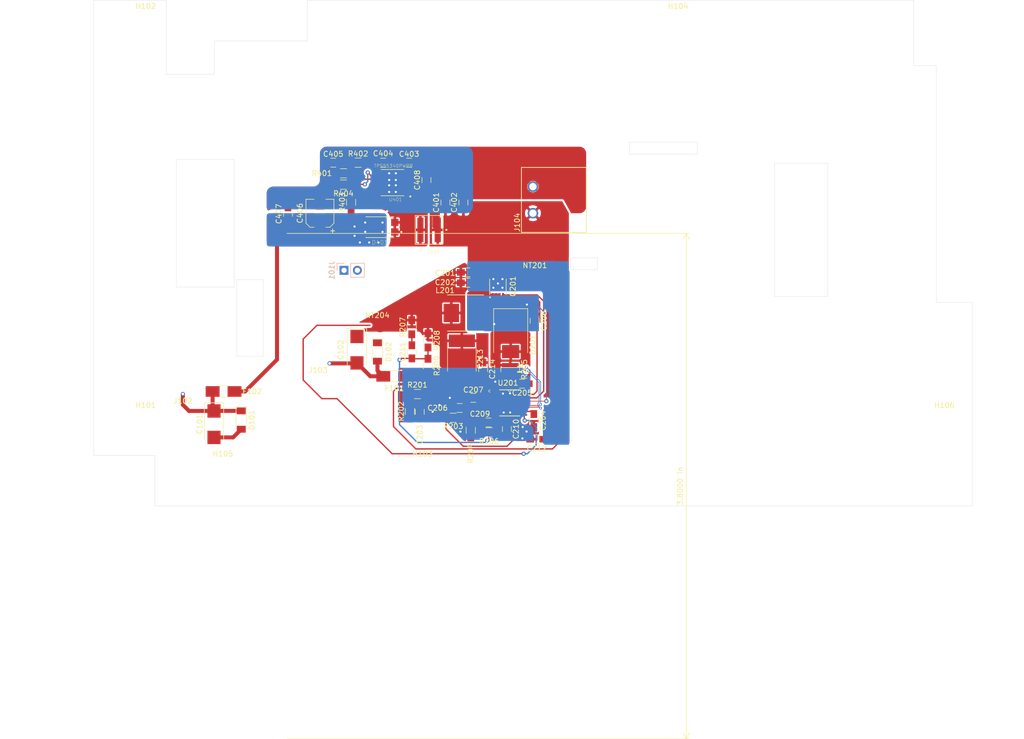
<source format=kicad_pcb>
(kicad_pcb (version 20171130) (host pcbnew "(5.1.0)-1")
  (layers (0 F.Cu signal) (31 B.Cu signal) (34 B.Paste user) (35 F.Paste user) (36 B.SilkS user) (37 F.SilkS user) (38 B.Mask user) (39 F.Mask user) (44 Edge.Cuts user))
  (net 0 "")
  (net 1 GND)
  (net 2 /bias_rail)
  (net 3 /reset_rail)
  (net 4 +5V)
  (net 5 /RESET+)
  (net 6 "/Reset Supply/enable")
  (net 7 "/Reset Supply/dither")
  (net 8 "/Reset Supply/vcc")
  (net 9 "/Reset Supply/ramp")
  (net 10 "/Reset Supply/ss")
  (net 11 "/Reset Supply/bootstrap")
  (net 12 "/Reset Supply/sw_loop")
  (net 13 "/Reset Supply/comp")
  (net 14 "/Reset Supply/fb")
  (net 15 "Net-(C210-Pad2)")
  (net 16 "Net-(C211-Pad2)")
  (net 17 "/Bias Supply/ss")
  (net 18 "/Bias Supply/fb")
  (net 19 "Net-(C405-Pad1)")
  (net 20 "/Bias Supply/comp")
  (net 21 /BIAS+)
  (net 22 "/Reset Supply/shunt+")
  (net 23 "/Bias Supply/sw_loop")
  (net 24 /nc2)
  (net 25 /nc1)
  (net 26 "/Reset Supply/sense+")
  (net 27 "/Reset Supply/sense-")
  (net 28 "/Reset Supply/out_sense")
  (net 29 "/Reset Supply/vin")
  (net 30 "/Bias Supply/vin")
  (net 31 "/Reset Supply/gate_drive")
  (net 32 "/Reset Supply/rt")
  (net 33 "/Bias Supply/freq")
  (net 34 "Net-(U401-Pad6)")
  (net 35 "/Reset Supply/sw_in")
  (module TPS55340PWPR:SOP65P640X120-15N (layer F.Cu) (at 107.811 83.058 180)
    (fp_text reference U401 (at -0.575332 -3.2116 180) (layer F.SilkS) (effects (font (size 0.641039 0.641039) (thickness 0.05))))
    (fp_text value TPS55340PWPR (at -0.168315 3.19966 180) (layer F.SilkS) (effects (font (size 0.641214 0.641214) (thickness 0.05))))
    (pad 15 smd rect (at 0 0 180) (size 2.46 2.31) (layers F.Cu F.Paste F.Mask) (net 1 GND))
    (pad 14 smd rect (at 2.87 -1.95 180) (size 1.57 0.41) (layers F.Cu F.Paste F.Mask) (net 1 GND))
    (pad 13 smd rect (at 2.87 -1.3 180) (size 1.57 0.41) (layers F.Cu F.Paste F.Mask) (net 1 GND))
    (pad 12 smd rect (at 2.87 -0.65 180) (size 1.57 0.41) (layers F.Cu F.Paste F.Mask) (net 1 GND))
    (pad 11 smd rect (at 2.87 0 180) (size 1.57 0.41) (layers F.Cu F.Paste F.Mask) (net 1 GND))
    (pad 10 smd rect (at 2.87 0.65 180) (size 1.57 0.41) (layers F.Cu F.Paste F.Mask) (net 33 "/Bias Supply/freq"))
    (pad 9 smd rect (at 2.87 1.3 180) (size 1.57 0.41) (layers F.Cu F.Paste F.Mask) (net 18 "/Bias Supply/fb"))
    (pad 8 smd rect (at 2.87 1.95 180) (size 1.57 0.41) (layers F.Cu F.Paste F.Mask) (net 20 "/Bias Supply/comp"))
    (pad 7 smd rect (at -2.87 1.95 180) (size 1.57 0.41) (layers F.Cu F.Paste F.Mask) (net 1 GND))
    (pad 6 smd rect (at -2.87 1.3 180) (size 1.57 0.41) (layers F.Cu F.Paste F.Mask) (net 34 "Net-(U401-Pad6)"))
    (pad 5 smd rect (at -2.87 0.65 180) (size 1.57 0.41) (layers F.Cu F.Paste F.Mask) (net 17 "/Bias Supply/ss"))
    (pad 4 smd rect (at -2.87 0 180) (size 1.57 0.41) (layers F.Cu F.Paste F.Mask) (net 30 "/Bias Supply/vin"))
    (pad 3 smd rect (at -2.87 -0.65 180) (size 1.57 0.41) (layers F.Cu F.Paste F.Mask) (net 30 "/Bias Supply/vin"))
    (pad 2 smd rect (at -2.87 -1.3 180) (size 1.57 0.41) (layers F.Cu F.Paste F.Mask) (net 23 "/Bias Supply/sw_loop"))
    (pad 1 smd rect (at -2.87 -1.95 180) (size 1.57 0.41) (layers F.Cu F.Paste F.Mask) (net 23 "/Bias Supply/sw_loop"))
  )
  (module CSD18543Q3A:SON65P300X315X90-9N (layer F.Cu) (at 127.9398 102.9462 90)
    (fp_text reference Q201 (at 0.0762 2.8702 90) (layer F.SilkS))
    (fp_text value CSD18543Q3A)
    (pad 59 smd rect (at 0.645 0 90) (size 2.51 2.55) (layers F.Cu F.Paste F.Mask) (net 4 +5V))
    (pad 4 smd rect (at -1.55 0.975 90) (size 0.7 0.4) (layers F.Cu F.Paste F.Mask) (net 31 "/Reset Supply/gate_drive"))
    (pad 3 smd rect (at -1.55 0.325 90) (size 0.7 0.4) (layers F.Cu F.Paste F.Mask) (net 12 "/Reset Supply/sw_loop"))
    (pad 1 smd rect (at -1.55 -0.975 90) (size 0.7 0.4) (layers F.Cu F.Paste F.Mask) (net 12 "/Reset Supply/sw_loop"))
    (pad 2 smd rect (at -1.55 -0.325 90) (size 0.7 0.4) (layers F.Cu F.Paste F.Mask) (net 12 "/Reset Supply/sw_loop"))
  )
  (module Oddities:NetTie-I_SMD (layer F.Cu) (at 135.509 124.7902)
    (fp_text reference NT206)
    (fp_text value Net-Tie_2)
    (pad 1 smd rect (at -2.54 0) (size 1.1176 0.3048) (layers F.Cu) (net 35 "/Reset Supply/sw_in") (clearance 0.127))
  )
  (module Resistors_SMD:R_0805_HandSoldering (layer F.Cu) (at 111.49838 110.66908 270)
    (fp_text reference R207 (at 0 1.71958 270) (layer F.SilkS))
    (fp_text value 3k4)
    (pad 2 smd rect (at 1.35 0 270) (size 1.5 1.3) (layers F.Cu F.Paste F.Mask) (net 16 "Net-(C211-Pad2)"))
    (pad 1 smd rect (at -1.35 0 270) (size 1.5 1.3) (layers F.Cu F.Paste F.Mask) (net 1 GND))
  )
  (module Capacitors_SMD:C_0805_HandSoldering (layer F.Cu) (at 111.52378 115.37188 90)
    (fp_text reference C211 (at 0 -1.75 90) (layer F.SilkS))
    (fp_text value 130p)
    (pad 2 smd rect (at 1.25 0 90) (size 1.5 1.25) (layers F.Cu F.Paste F.Mask) (net 16 "Net-(C211-Pad2)"))
    (pad 1 smd rect (at -1.25 0 90) (size 1.5 1.25) (layers F.Cu F.Paste F.Mask) (net 14 "/Reset Supply/fb"))
  )
  (module Oddities:NetTie-I_SMD (layer F.Cu) (at 105.4608 107.95 90)
    (fp_text reference NT204 (at -0.4318 -0.5334 180) (layer F.SilkS))
    (fp_text value Net-Tie_2)
    (pad 2 smd circle (at -2.35204 -1.9558 90) (size 0.254 0.254) (layers F.Cu) (net 28 "/Reset Supply/out_sense"))
    (pad 1 smd circle (at -2.54 0 90) (size 2.286 2.286) (layers F.Cu) (net 1 GND))
  )
  (module Diodes_SMD:D_SMC (layer F.Cu) (at 130.3782 111.9251 270)
    (fp_text reference D201 (at 2.1209 -4.2418 270) (layer F.SilkS))
    (fp_text value SS3H10HE3_B/H)
    (pad 2 smd rect (at 3.4 0) (size 3.3 2.5) (layers F.Cu F.Paste F.Mask) (net 22 "/Reset Supply/shunt+"))
    (pad 1 smd rect (at -3.4 0) (size 3.3 2.5) (layers F.Cu F.Paste F.Mask) (net 12 "/Reset Supply/sw_loop"))
  )
  (module net_ties:NET-TIE-0.3mm (layer F.Cu) (at 131.9871 118.2243 180)
    (fp_text reference NT202 hide)
    (fp_text value Net-Tie_2 hide)
    (pad 2 smd circle (at 0.25 0 180) (size 0.3 0.3) (layers F.Cu) (net 22 "/Reset Supply/shunt+"))
    (pad 1 smd circle (at -0.4739 0 180) (size 0.3 0.3) (layers F.Cu) (net 26 "/Reset Supply/sense+"))
  )
  (module net_ties:NET-TIE-0.3mm (layer F.Cu) (at 131.9911 119.2022 180)
    (fp_text reference NT203 hide)
    (fp_text value Net-Tie_2 hide)
    (pad 2 smd circle (at 0.25 0 180) (size 0.3 0.3) (layers F.Cu) (net 5 /RESET+))
    (pad 1 smd circle (at -0.4699 0 180) (size 0.3 0.3) (layers F.Cu) (net 27 "/Reset Supply/sense-"))
  )
  (module Oddities:NetTie-I_SMD (layer F.Cu) (at 134.9248 99.441 180)
    (fp_text reference NT201 (at -0.0762 0.5715 180) (layer F.SilkS))
    (fp_text value Net-Tie_2)
    (pad 2 smd rect (at 2.54 0 180) (size 1.99898 1.99898) (layers F.Cu) (net 4 +5V))
    (pad 1 smd rect (at -2.54 0 180) (size 1.99898 1.99898) (layers F.Cu) (net 29 "/Reset Supply/vin"))
  )
  (module Resistors_SMD:R_0612 (layer F.Cu) (at 130.29272 118.70884 270)
    (fp_text reference R205 (at 0 -2.7 270) (layer F.SilkS))
    (fp_text value 10m)
    (pad 2 smd rect (at 0.8 0 270) (size 0.8 3.2) (layers F.Cu F.Paste F.Mask) (net 5 /RESET+))
    (pad 1 smd rect (at -0.8 0 270) (size 0.8 3.2) (layers F.Cu F.Paste F.Mask) (net 22 "/Reset Supply/shunt+"))
  )
  (module d4100_mod_board:WE-LHMI_7030 (layer F.Cu) (at 121.7676 107.95 180)
    (fp_text reference L201 (at 3.9116 4.318 180) (layer F.SilkS))
    (fp_text value 2u2)
    (pad 2 smd rect (at 2.725 0 180) (size 2.95 3.5) (layers F.Cu F.Paste F.Mask) (net 1 GND))
    (pad 1 smd rect (at -2.725 0 180) (size 2.95 3.5) (layers F.Cu F.Paste F.Mask) (net 12 "/Reset Supply/sw_loop"))
  )
  (module Capacitors_SMD:C_2220_HandSoldering (layer F.Cu) (at 121.0564 116.7638 270)
    (fp_text reference C213 (at 0 -3.5 270) (layer F.SilkS))
    (fp_text value 15u)
    (pad 2 smd rect (at 3.5 0 270) (size 2.4 5) (layers F.Cu F.Paste F.Mask) (net 5 /RESET+))
    (pad 1 smd rect (at -3.5 0 270) (size 2.4 5) (layers F.Cu F.Paste F.Mask) (net 1 GND))
  )
  (module Capacitors_SMD:C_0805_HandSoldering (layer F.Cu) (at 122.1232 100.203 180)
    (fp_text reference C201 (at 4.2672 -0.127 180) (layer F.SilkS))
    (fp_text value 820n)
    (pad 2 smd rect (at 1.25 0 180) (size 1.5 1.25) (layers F.Cu F.Paste F.Mask) (net 1 GND))
    (pad 1 smd rect (at -1.25 0 180) (size 1.5 1.25) (layers F.Cu F.Paste F.Mask) (net 4 +5V))
  )
  (module Capacitors_SMD:C_0805_HandSoldering (layer F.Cu) (at 114.3 82.57 90)
    (fp_text reference C408 (at 0 -1.75 90) (layer F.SilkS))
    (fp_text value 100n)
    (pad 2 smd rect (at 1.25 0 90) (size 1.5 1.25) (layers F.Cu F.Paste F.Mask) (net 1 GND))
    (pad 1 smd rect (at -1.25 0 90) (size 1.5 1.25) (layers F.Cu F.Paste F.Mask) (net 30 "/Bias Supply/vin"))
  )
  (module DIO_PDS360-13:DIO_PDS360-13 (layer F.Cu) (at 105.41 91.567 90)
    (fp_text reference D401 (at -2.921 0 180) (layer F.SilkS) (effects (font (size 0.8 0.8) (thickness 0.05))))
    (fp_text value PDS760-13)
    (pad 2 smd rect (at -0.92 2.856 180) (size 1.4 1.39) (layers F.Cu F.Paste F.Mask) (net 23 "/Bias Supply/sw_loop"))
    (pad 2 smd rect (at 0.92 2.856 180) (size 1.4 1.39) (layers F.Cu F.Paste F.Mask) (net 23 "/Bias Supply/sw_loop"))
    (pad 1 smd rect (at 0 -1.126 180) (size 4.86 3.36) (layers F.Cu F.Paste F.Mask) (net 21 /BIAS+))
  )
  (module XAL5030-332MEB:IND_XAL5030-332MEB (layer F.Cu) (at 114.804 92.075 180)
    (fp_text reference L401 (at -0.9144 -4.2164 180) (layer F.SilkS) (effects (font (size 0.64 0.64) (thickness 0.05))))
    (fp_text value 3u3)
    (pad 2 smd rect (at 1.655 0 270) (size 4.7 1.18) (layers F.Cu F.Paste F.Mask) (net 23 "/Bias Supply/sw_loop"))
    (pad 1 smd rect (at -1.655 0 270) (size 4.7 1.18) (layers F.Cu F.Paste F.Mask) (net 4 +5V))
  )
  (module LM25088MH-1:SOP65P640X110-17N (layer F.Cu) (at 130.175 125.1204)
    (fp_text reference U201 (at -0.30494 -3.81175) (layer F.SilkS))
    (fp_text value LM25088MH-1)
    (pad 17 smd rect (at 0 0) (size 1.4986 1.7018) (layers F.Cu F.Paste F.Mask) (net 5 /RESET+))
    (pad 16 smd rect (at 2.794 -2.286 180) (size 1.1176 0.3048) (layers F.Cu F.Paste F.Mask) (net 8 "/Reset Supply/vcc") (clearance 0.127))
    (pad 15 smd rect (at 2.794 -1.6256 180) (size 1.1176 0.3048) (layers F.Cu F.Paste F.Mask) (net 11 "/Reset Supply/bootstrap") (clearance 0.127))
    (pad 14 smd rect (at 2.794 -0.9652 180) (size 1.1176 0.3048) (layers F.Cu F.Paste F.Mask) (net 31 "/Reset Supply/gate_drive") (clearance 0.127))
    (pad 13 smd rect (at 2.794 -0.3302 180) (size 1.1176 0.3048) (layers F.Cu F.Paste F.Mask) (net 35 "/Reset Supply/sw_in") (clearance 0.127))
    (pad 12 smd rect (at 2.794 0.3302 180) (size 1.1176 0.3048) (layers F.Cu F.Paste F.Mask) (net 26 "/Reset Supply/sense+") (clearance 0.127))
    (pad 11 smd rect (at 2.794 0.9652 180) (size 1.1176 0.3048) (layers F.Cu F.Paste F.Mask) (net 27 "/Reset Supply/sense-") (clearance 0.127))
    (pad 10 smd rect (at 2.794 1.6256 180) (size 1.1176 0.3048) (layers F.Cu F.Paste F.Mask) (net 7 "/Reset Supply/dither"))
    (pad 9 smd rect (at 2.794 2.286 180) (size 1.1176 0.3048) (layers F.Cu F.Paste F.Mask) (net 28 "/Reset Supply/out_sense"))
    (pad 8 smd rect (at -2.794 2.286) (size 1.1176 0.3048) (layers F.Cu F.Paste F.Mask) (net 14 "/Reset Supply/fb"))
    (pad 7 smd rect (at -2.794 1.6256) (size 1.1176 0.3048) (layers F.Cu F.Paste F.Mask) (net 13 "/Reset Supply/comp"))
    (pad 6 smd rect (at -2.794 0.9652) (size 1.1176 0.3048) (layers F.Cu F.Paste F.Mask) (net 5 /RESET+) (clearance 0.127))
    (pad 5 smd rect (at -2.794 0.3302) (size 1.1176 0.3048) (layers F.Cu F.Paste F.Mask) (net 32 "/Reset Supply/rt"))
    (pad 4 smd rect (at -2.794 -0.3302) (size 1.1176 0.3048) (layers F.Cu F.Paste F.Mask) (net 9 "/Reset Supply/ramp"))
    (pad 3 smd rect (at -2.794 -0.9652) (size 1.1176 0.3048) (layers F.Cu F.Paste F.Mask) (net 10 "/Reset Supply/ss"))
    (pad 2 smd rect (at -2.794 -1.6256) (size 1.1176 0.3048) (layers F.Cu F.Paste F.Mask) (net 6 "/Reset Supply/enable"))
    (pad 1 smd rect (at -2.794 -2.286) (size 1.1176 0.3048) (layers F.Cu F.Paste F.Mask) (net 29 "/Reset Supply/vin"))
  )
  (module Resistors_SMD:R_0805_HandSoldering (layer F.Cu) (at 98.4758 83.439 180)
    (fp_text reference R404 (at 0 -1.7 180) (layer F.SilkS))
    (fp_text value 10k)
    (pad 2 smd rect (at 1.35 0 180) (size 1.5 1.3) (layers F.Cu F.Paste F.Mask) (net 1 GND))
    (pad 1 smd rect (at -1.35 0 180) (size 1.5 1.3) (layers F.Cu F.Paste F.Mask) (net 18 "/Bias Supply/fb"))
  )
  (module Resistors_SMD:R_0805_HandSoldering (layer F.Cu) (at 99.9236 86.8172 90)
    (fp_text reference R403 (at 0 -1.7 90) (layer F.SilkS))
    (fp_text value 210k)
    (pad 2 smd rect (at 1.35 0 90) (size 1.5 1.3) (layers F.Cu F.Paste F.Mask) (net 18 "/Bias Supply/fb"))
    (pad 1 smd rect (at -1.35 0 90) (size 1.5 1.3) (layers F.Cu F.Paste F.Mask) (net 21 /BIAS+))
  )
  (module Resistors_SMD:R_0805_HandSoldering (layer F.Cu) (at 101.266 79.248)
    (fp_text reference R402 (at 0 -1.7) (layer F.SilkS))
    (fp_text value R)
    (pad 2 smd rect (at 1.35 0) (size 1.5 1.3) (layers F.Cu F.Paste F.Mask) (net 20 "/Bias Supply/comp"))
    (pad 1 smd rect (at -1.35 0) (size 1.5 1.3) (layers F.Cu F.Paste F.Mask) (net 19 "Net-(C405-Pad1)"))
  )
  (module Resistors_SMD:R_0805_HandSoldering (layer F.Cu) (at 98.4758 81.28 180)
    (fp_text reference R401 (at 4.1345 0 180) (layer F.SilkS))
    (fp_text value 38k3)
    (pad 2 smd rect (at 1.35 0 180) (size 1.5 1.3) (layers F.Cu F.Paste F.Mask) (net 1 GND))
    (pad 1 smd rect (at -1.35 0 180) (size 1.5 1.3) (layers F.Cu F.Paste F.Mask) (net 33 "/Bias Supply/freq"))
  )
  (module Oddities:NetTie-I_SMD (layer F.Cu) (at 116.84 83.82 180)
    (fp_text reference NT402)
    (fp_text value Net-Tie_2)
    (pad 2 smd rect (at 2.54 0 180) (size 1.25 1.5) (layers F.Cu) (net 30 "/Bias Supply/vin"))
    (pad 1 smd rect (at 1.0414 -2.8575 180) (size 1.99898 1.99898) (layers F.Cu) (net 4 +5V))
  )
  (module Capacitors_SMD:CP_Elec_5x5.8 (layer F.Cu) (at 93.98 88.9 90)
    (fp_text reference C406 (at 0 -3.81 90) (layer F.SilkS))
    (fp_text value 10u)
    (fp_text user + (at -3.38 2.35 90) (layer F.SilkS))
    (pad 2 smd rect (at 2.2 0 270) (size 3 1.6) (layers F.Cu F.Paste F.Mask) (net 1 GND))
    (pad 1 smd rect (at -2.2 0 270) (size 3 1.6) (layers F.Cu F.Paste F.Mask) (net 21 /BIAS+))
  )
  (module Capacitors_SMD:C_0805_HandSoldering (layer F.Cu) (at 96.52 79.248 180)
    (fp_text reference C405 (at 0 1.651 180) (layer F.SilkS))
    (fp_text value 22n)
    (pad 2 smd rect (at 1.25 0 180) (size 1.5 1.25) (layers F.Cu F.Paste F.Mask) (net 1 GND))
    (pad 1 smd rect (at -1.25 0 180) (size 1.5 1.25) (layers F.Cu F.Paste F.Mask) (net 19 "Net-(C405-Pad1)"))
  )
  (module Capacitors_SMD:C_0805_HandSoldering (layer F.Cu) (at 106.045 79.248)
    (fp_text reference C404 (at 0 -1.75) (layer F.SilkS))
    (fp_text value 510p)
    (pad 2 smd rect (at 1.25 0) (size 1.5 1.25) (layers F.Cu F.Paste F.Mask) (net 1 GND))
    (pad 1 smd rect (at -1.25 0) (size 1.5 1.25) (layers F.Cu F.Paste F.Mask) (net 20 "/Bias Supply/comp"))
  )
  (module Capacitors_SMD:C_0805_HandSoldering (layer F.Cu) (at 110.998 79.248 180)
    (fp_text reference C403 (at 0 1.651 180) (layer F.SilkS))
    (fp_text value 22n)
    (pad 2 smd rect (at 1.25 0 180) (size 1.5 1.25) (layers F.Cu F.Paste F.Mask) (net 1 GND))
    (pad 1 smd rect (at -1.25 0 180) (size 1.5 1.25) (layers F.Cu F.Paste F.Mask) (net 17 "/Bias Supply/ss"))
  )
  (module Capacitors_SMD:C_0805_HandSoldering (layer F.Cu) (at 117.9195 86.8553 90)
    (fp_text reference C401 (at 0 -1.75 90) (layer F.SilkS))
    (fp_text value 10u)
    (pad 2 smd rect (at 1.25 0 90) (size 1.5 1.25) (layers F.Cu F.Paste F.Mask) (net 1 GND))
    (pad 1 smd rect (at -1.25 0 90) (size 1.5 1.25) (layers F.Cu F.Paste F.Mask) (net 4 +5V))
  )
  (module Mounting_Holes:MountingHole_3.2mm_M3 (layer F.Cu) (at 213.1314 129.7686)
    (fp_text reference H106 (at 0 -4.2) (layer F.SilkS))
    (fp_text value M3)
    (pad 1 np_thru_hole circle (at 0 0) (size 3.2 3.2) (drill 3.2) (layers *.Cu *.Mask))
  )
  (module Mounting_Holes:MountingHole_3.2mm_M3 (layer F.Cu) (at 162.3314 53.5686)
    (fp_text reference H104 (at 0 -4.2) (layer F.SilkS))
    (fp_text value M3)
    (pad 1 np_thru_hole circle (at 0 0) (size 3.2 3.2) (drill 3.2) (layers *.Cu *.Mask))
  )
  (module Mounting_Holes:MountingHole_3.2mm_M3 (layer F.Cu) (at 60.7314 53.5686)
    (fp_text reference H102 (at 0 -4.2) (layer F.SilkS))
    (fp_text value M3)
    (pad 1 np_thru_hole circle (at 0 0) (size 3.2 3.2) (drill 3.2) (layers *.Cu *.Mask))
  )
  (module Mounting_Holes:MountingHole_3.2mm_M3 (layer F.Cu) (at 60.7314 129.7686)
    (fp_text reference H101 (at 0 -4.2) (layer F.SilkS))
    (fp_text value M3)
    (pad 1 np_thru_hole circle (at 0 0) (size 3.2 3.2) (drill 3.2) (layers *.Cu *.Mask))
  )
  (module Resistors_SMD:R_0805_HandSoldering (layer F.Cu) (at 114.59718 118.03888 270)
    (fp_text reference R209 (at 0 -1.7 270) (layer F.SilkS))
    (fp_text value 1k65)
    (pad 2 smd rect (at 1.35 0 270) (size 1.5 1.3) (layers F.Cu F.Paste F.Mask) (net 5 /RESET+))
    (pad 1 smd rect (at -1.35 0 270) (size 1.5 1.3) (layers F.Cu F.Paste F.Mask) (net 14 "/Reset Supply/fb"))
  )
  (module Resistors_SMD:R_0805_HandSoldering (layer F.Cu) (at 114.59718 113.18748 270)
    (fp_text reference R208 (at 0 -1.7 270) (layer F.SilkS))
    (fp_text value 35k7)
    (pad 2 smd rect (at 1.35 0 270) (size 1.5 1.3) (layers F.Cu F.Paste F.Mask) (net 14 "/Reset Supply/fb"))
    (pad 1 smd rect (at -1.35 0 270) (size 1.5 1.3) (layers F.Cu F.Paste F.Mask) (net 1 GND))
  )
  (module Resistors_SMD:R_0805_HandSoldering (layer F.Cu) (at 126.2527 130.7486 180)
    (fp_text reference R206 (at 0 -1.7 180) (layer F.SilkS))
    (fp_text value 36k5)
    (pad 2 smd rect (at 1.35 0 180) (size 1.5 1.3) (layers F.Cu F.Paste F.Mask) (net 13 "/Reset Supply/comp"))
    (pad 1 smd rect (at -1.35 0 180) (size 1.5 1.3) (layers F.Cu F.Paste F.Mask) (net 15 "Net-(C210-Pad2)"))
  )
  (module Resistors_SMD:R_0805_HandSoldering (layer F.Cu) (at 122.7574 130.3548 270)
    (fp_text reference R204 (at 4.4176 0.0246 270) (layer F.SilkS))
    (fp_text value 4k75)
    (pad 2 smd rect (at 1.35 0 270) (size 1.5 1.3) (layers F.Cu F.Paste F.Mask) (net 5 /RESET+))
    (pad 1 smd rect (at -1.35 0 270) (size 1.5 1.3) (layers F.Cu F.Paste F.Mask) (net 32 "/Reset Supply/rt"))
  )
  (module Resistors_SMD:R_0805_HandSoldering (layer F.Cu) (at 119.4016 127.9652)
    (fp_text reference R203 (at 0.0038 1.6256) (layer F.SilkS))
    (fp_text value 41k2)
    (pad 2 smd rect (at 1.35 0) (size 1.5 1.3) (layers F.Cu F.Paste F.Mask) (net 9 "/Reset Supply/ramp"))
    (pad 1 smd rect (at -1.35 0) (size 1.5 1.3) (layers F.Cu F.Paste F.Mask) (net 8 "/Reset Supply/vcc"))
  )
  (module Resistors_SMD:R_0805_HandSoldering (layer F.Cu) (at 111.14786 126.74854 270)
    (fp_text reference R202 (at -0.00254 1.67386 270) (layer F.SilkS))
    (fp_text value 3k57)
    (pad 2 smd rect (at 1.35 0 270) (size 1.5 1.3) (layers F.Cu F.Paste F.Mask) (net 5 /RESET+))
    (pad 1 smd rect (at -1.35 0 270) (size 1.5 1.3) (layers F.Cu F.Paste F.Mask) (net 6 "/Reset Supply/enable"))
  )
  (module Resistors_SMD:R_0805_HandSoldering (layer F.Cu) (at 112.58676 123.4313 180)
    (fp_text reference R201 (at 0 1.7526 180) (layer F.SilkS))
    (fp_text value 10k)
    (pad 2 smd rect (at 1.35 0 180) (size 1.5 1.3) (layers F.Cu F.Paste F.Mask) (net 6 "/Reset Supply/enable"))
    (pad 1 smd rect (at -1.35 0 180) (size 1.5 1.3) (layers F.Cu F.Paste F.Mask) (net 29 "/Reset Supply/vin"))
  )
  (module Pin_Headers:Pin_Header_Straight_1x02_Pitch2.54mm (layer B.Cu) (at 98.5774 99.7966 270)
    (fp_text reference J101 (at 0 2.33 270) (layer B.SilkS) (effects (justify mirror)))
    (fp_text value Conn_01x02)
    (pad 2 thru_hole oval (at 0 -2.54 270) (size 1.7 1.7) (drill 1) (layers *.Cu *.Mask) (net 24 /nc2))
    (pad 1 thru_hole rect (at 0 0 270) (size 1.7 1.7) (drill 1) (layers *.Cu *.Mask) (net 25 /nc1))
  )
  (module d4100_mod_board:Phoenix_BCH-508HS-2 (layer F.Cu) (at 134.62 86.36 90)
    (fp_text reference J104 (at -4.3 -3 90) (layer F.SilkS))
    (fp_text value Conn_01x02_Female)
    (pad 2 thru_hole circle (at 2.54 0 90) (size 2 2) (drill 1.4) (layers *.Cu *.Mask) (net 1 GND))
    (pad 1 thru_hole circle (at -2.54 0 90) (size 2 2) (drill 1.4) (layers *.Cu *.Mask) (net 4 +5V))
  )
  (module d4100_mod_board:mill-max_0985-x-15-20-71-14-11-0 (layer F.Cu) (at 95.8088 117.5766)
    (fp_text reference J103 (at -2.1844 1.2954) (layer F.SilkS))
    (fp_text value Pogo_Pin)
    (pad 1 thru_hole circle (at 0 0) (size 0.7366 0.7366) (drill 0.4826) (layers *.Cu *.Mask) (net 3 /reset_rail))
  )
  (module d4100_mod_board:mill-max_0985-x-15-20-71-14-11-0 (layer F.Cu) (at 67.818 123.4186)
    (fp_text reference J102 (at 0 1.3335) (layer F.SilkS))
    (fp_text value Pogo_Pin)
    (pad 1 thru_hole circle (at 0 0) (size 0.7366 0.7366) (drill 0.4826) (layers *.Cu *.Mask) (net 2 /bias_rail))
  )
  (module Mounting_Holes:MountingHole_3.2mm_M3 (layer F.Cu) (at 75.4634 139.0396)
    (fp_text reference H105 (at 0 -4.2) (layer F.SilkS))
    (fp_text value M3)
    (pad 1 np_thru_hole circle (at 0 0) (size 3.2 3.2) (drill 3.2) (layers *.Cu *.Mask))
  )
  (module Mounting_Holes:MountingHole_3.2mm_M3 (layer F.Cu) (at 113.5634 139.0396)
    (fp_text reference H103 (at 0 -4.2) (layer F.SilkS))
    (fp_text value M3)
    (pad 1 np_thru_hole circle (at 0 0) (size 3.2 3.2) (drill 3.2) (layers *.Cu *.Mask))
  )
  (module Fuse_Holders_and_Fuses:Fuse_SMD1206_HandSoldering (layer F.Cu) (at 108.1532 120.0404 180)
    (fp_text reference F101 (at -0.0072 -2.3114 180) (layer F.SilkS))
    (fp_text value Polyfuse)
    (pad 1 smd rect (at -2.09 0 270) (size 2.03 2.65) (layers F.Cu F.Paste F.Mask) (net 5 /RESET+))
    (pad 2 smd rect (at 2.09 0 270) (size 2.03 2.65) (layers F.Cu F.Paste F.Mask) (net 3 /reset_rail))
  )
  (module Fuse_Holders_and_Fuses:Fuse_SMD1206_HandSoldering (layer F.Cu) (at 75.5904 122.936 180)
    (fp_text reference F102 (at -5.44872 -0.00508 180) (layer F.SilkS))
    (fp_text value Polyfuse)
    (pad 2 smd rect (at 2.09 0 270) (size 2.03 2.65) (layers F.Cu F.Paste F.Mask) (net 2 /bias_rail))
    (pad 1 smd rect (at -2.09 0 270) (size 2.03 2.65) (layers F.Cu F.Paste F.Mask) (net 21 /BIAS+))
  )
  (module Diodes_SMD:D_MiniMELF (layer F.Cu) (at 104.9528 115.3948 270)
    (fp_text reference D102 (at -0.00508 -2.1336 270) (layer F.SilkS))
    (fp_text value BZV55B27)
    (pad 2 smd rect (at 1.75 0 270) (size 1.3 1.7) (layers F.Cu F.Paste F.Mask) (net 3 /reset_rail))
    (pad 1 smd rect (at -1.75 0 270) (size 1.3 1.7) (layers F.Cu F.Paste F.Mask) (net 1 GND))
  )
  (module Diodes_SMD:D_MiniMELF (layer F.Cu) (at 78.9686 128.397 270)
    (fp_text reference D101 (at 0 -2 270) (layer F.SilkS))
    (fp_text value BZV55B27)
    (pad 2 smd rect (at 1.75 0 270) (size 1.3 1.7) (layers F.Cu F.Paste F.Mask) (net 1 GND))
    (pad 1 smd rect (at -1.75 0 270) (size 1.3 1.7) (layers F.Cu F.Paste F.Mask) (net 2 /bias_rail))
  )
  (module Capacitors_SMD:C_0805_HandSoldering (layer F.Cu) (at 87.884 89.027 90)
    (fp_text reference C407 (at 0 -1.75 90) (layer F.SilkS))
    (fp_text value 680n)
    (pad 2 smd rect (at 1.25 0 90) (size 1.5 1.25) (layers F.Cu F.Paste F.Mask) (net 1 GND))
    (pad 1 smd rect (at -1.25 0 90) (size 1.5 1.25) (layers F.Cu F.Paste F.Mask) (net 21 /BIAS+))
  )
  (module Capacitors_SMD:C_0805_HandSoldering (layer F.Cu) (at 121.3485 86.8553 90)
    (fp_text reference C402 (at 0 -1.75 90) (layer F.SilkS))
    (fp_text value 100n)
    (pad 2 smd rect (at 1.25 0 90) (size 1.5 1.25) (layers F.Cu F.Paste F.Mask) (net 1 GND))
    (pad 1 smd rect (at -1.25 0 90) (size 1.5 1.25) (layers F.Cu F.Paste F.Mask) (net 4 +5V))
  )
  (module Capacitors_SMD:C_0805_HandSoldering (layer F.Cu) (at 125.1204 118.6688 270)
    (fp_text reference C214 (at 0 -1.75 270) (layer F.SilkS))
    (fp_text value 680n)
    (pad 2 smd rect (at 1.25 0 270) (size 1.5 1.25) (layers F.Cu F.Paste F.Mask) (net 5 /RESET+))
    (pad 1 smd rect (at -1.25 0 270) (size 1.5 1.25) (layers F.Cu F.Paste F.Mask) (net 1 GND))
  )
  (module Capacitors_SMD:C_0805_HandSoldering (layer F.Cu) (at 135.3566 132.0546 180)
    (fp_text reference C212 (at 0 -1.75 180) (layer F.SilkS))
    (fp_text value 1u)
    (pad 2 smd rect (at 1.25 0 180) (size 1.5 1.25) (layers F.Cu F.Paste F.Mask) (net 5 /RESET+))
    (pad 1 smd rect (at -1.25 0 180) (size 1.5 1.25) (layers F.Cu F.Paste F.Mask) (net 4 +5V))
  )
  (module Capacitors_SMD:C_0805_HandSoldering (layer F.Cu) (at 129.6474 130.1148 270)
    (fp_text reference C210 (at 0 -1.75 270) (layer F.SilkS))
    (fp_text value 150p)
    (pad 2 smd rect (at 1.25 0 270) (size 1.5 1.25) (layers F.Cu F.Paste F.Mask) (net 15 "Net-(C210-Pad2)"))
    (pad 1 smd rect (at -1.25 0 270) (size 1.5 1.25) (layers F.Cu F.Paste F.Mask) (net 14 "/Reset Supply/fb"))
  )
  (module Capacitors_SMD:C_0805_HandSoldering (layer F.Cu) (at 126.1519 128.86 180)
    (fp_text reference C209 (at 1.6411 1.6314) (layer F.SilkS))
    (fp_text value 14p)
    (pad 2 smd rect (at 1.25 0 180) (size 1.5 1.25) (layers F.Cu F.Paste F.Mask) (net 13 "/Reset Supply/comp"))
    (pad 1 smd rect (at -1.25 0 180) (size 1.5 1.25) (layers F.Cu F.Paste F.Mask) (net 14 "/Reset Supply/fb"))
  )
  (module Capacitors_SMD:C_0805_HandSoldering (layer F.Cu) (at 134.9502 109.4432 270)
    (fp_text reference C208 (at 0 -1.75 270) (layer F.SilkS))
    (fp_text value 100n)
    (pad 2 smd rect (at 1.25 0 270) (size 1.5 1.25) (layers F.Cu F.Paste F.Mask) (net 11 "/Reset Supply/bootstrap"))
    (pad 1 smd rect (at -1.25 0 270) (size 1.5 1.25) (layers F.Cu F.Paste F.Mask) (net 12 "/Reset Supply/sw_loop"))
  )
  (module Capacitors_SMD:C_0805_HandSoldering (layer F.Cu) (at 123.2474 124.1548 180)
    (fp_text reference C207 (at 0 1.5236 180) (layer F.SilkS))
    (fp_text value 47n)
    (pad 2 smd rect (at 1.25 0 180) (size 1.5 1.25) (layers F.Cu F.Paste F.Mask) (net 5 /RESET+))
    (pad 1 smd rect (at -1.25 0 180) (size 1.5 1.25) (layers F.Cu F.Paste F.Mask) (net 10 "/Reset Supply/ss"))
  )
  (module Capacitors_SMD:C_0805_HandSoldering (layer F.Cu) (at 120.65 126.0856 180)
    (fp_text reference C206 (at 4.2164 0 180) (layer F.SilkS))
    (fp_text value 110p)
    (pad 2 smd rect (at 1.25 0 180) (size 1.5 1.25) (layers F.Cu F.Paste F.Mask) (net 5 /RESET+))
    (pad 1 smd rect (at -1.25 0 180) (size 1.5 1.25) (layers F.Cu F.Paste F.Mask) (net 9 "/Reset Supply/ramp"))
  )
  (module Capacitors_SMD:C_0805_HandSoldering (layer F.Cu) (at 132.5574 121.4548 180)
    (fp_text reference C205 (at 0 -1.75 180) (layer F.SilkS))
    (fp_text value 100n)
    (pad 2 smd rect (at 1.25 0 180) (size 1.5 1.25) (layers F.Cu F.Paste F.Mask) (net 5 /RESET+))
    (pad 1 smd rect (at -1.25 0 180) (size 1.5 1.25) (layers F.Cu F.Paste F.Mask) (net 8 "/Reset Supply/vcc"))
  )
  (module Capacitors_SMD:C_0805_HandSoldering (layer F.Cu) (at 134.7978 128.4986 270)
    (fp_text reference C204 (at 0 -1.75 270) (layer F.SilkS))
    (fp_text value 22n)
    (pad 2 smd rect (at 1.25 0 270) (size 1.5 1.25) (layers F.Cu F.Paste F.Mask) (net 5 /RESET+))
    (pad 1 smd rect (at -1.25 0 270) (size 1.5 1.25) (layers F.Cu F.Paste F.Mask) (net 7 "/Reset Supply/dither"))
  )
  (module Capacitors_SMD:C_0805_HandSoldering (layer F.Cu) (at 113.02396 126.82574 270)
    (fp_text reference C203 (at 4.41606 -0.00604 270) (layer F.SilkS))
    (fp_text value 68n)
    (pad 2 smd rect (at 1.25 0 270) (size 1.5 1.25) (layers F.Cu F.Paste F.Mask) (net 5 /RESET+))
    (pad 1 smd rect (at -1.25 0 270) (size 1.5 1.25) (layers F.Cu F.Paste F.Mask) (net 6 "/Reset Supply/enable"))
  )
  (module Capacitors_SMD:C_0805_HandSoldering (layer F.Cu) (at 122.1105 102.1715 180)
    (fp_text reference C202 (at 4.2545 0.0635 180) (layer F.SilkS))
    (fp_text value 100n)
    (pad 2 smd rect (at 1.25 0 180) (size 1.5 1.25) (layers F.Cu F.Paste F.Mask) (net 1 GND))
    (pad 1 smd rect (at -1.25 0 180) (size 1.5 1.25) (layers F.Cu F.Paste F.Mask) (net 4 +5V))
  )
  (module Capacitors_Tantalum_SMD:CP_Tantalum_Case-C_EIA-6032-28_Reflow (layer F.Cu) (at 101.0412 114.9604 270)
    (fp_text reference C102 (at 0 3.0988 270) (layer F.SilkS))
    (fp_text value 4u7)
    (pad 2 smd rect (at 2.525 0 270) (size 2.55 2.5) (layers F.Cu F.Paste F.Mask) (net 3 /reset_rail))
    (pad 1 smd rect (at -2.525 0 270) (size 2.55 2.5) (layers F.Cu F.Paste F.Mask) (net 1 GND))
  )
  (module Capacitors_Tantalum_SMD:CP_Tantalum_Case-C_EIA-6032-28_Reflow (layer F.Cu) (at 73.7616 129.1844 270)
    (fp_text reference C101 (at 0 2.7432 270) (layer F.SilkS))
    (fp_text value 4u7)
    (pad 2 smd rect (at 2.525 0 270) (size 2.55 2.5) (layers F.Cu F.Paste F.Mask) (net 1 GND))
    (pad 1 smd rect (at -2.525 0 270) (size 2.55 2.5) (layers F.Cu F.Paste F.Mask) (net 2 /bias_rail))
  )
  (gr_line (start 78.105 116.205) (end 78.105 101.6) (layer Edge.Cuts) (width 0.05))
  (gr_line (start 83.185 116.205) (end 78.105 116.205) (layer Edge.Cuts) (width 0.05))
  (gr_line (start 79.375 101.6) (end 78.105 101.6) (layer Edge.Cuts) (width 0.05))
  (gr_line (start 83.185 101.6) (end 79.375 101.6) (layer Edge.Cuts) (width 0.05))
  (gr_line (start 83.185 116.205) (end 83.185 101.6) (layer Edge.Cuts) (width 0.05))
  (dimension 96.52 (width 0.12) (layer F.SilkS) (gr_text "3.8000 in" (at 165.1508 141.0208 90) (layer F.SilkS) (effects (font (size 1 1) (thickness 0.15)))) (feature1 (pts (xy 87.6808 92.7608) (xy 164.467221 92.7608))) (feature2 (pts (xy 87.6808 189.2808) (xy 164.467221 189.2808))) (crossbar (pts (xy 163.8808 189.2808) (xy 163.8808 92.7608))) (arrow1a (pts (xy 163.8808 92.7608) (xy 164.467221 93.887304))) (arrow1b (pts (xy 163.8808 92.7608) (xy 163.294379 93.887304))) (arrow2a (pts (xy 163.8808 189.2808) (xy 164.467221 188.154296))) (arrow2b (pts (xy 163.8808 189.2808) (xy 163.294379 188.154296))))
  (gr_line (start 137.1854 124.7902) (end 132.9436 124.7902) (layer F.Cu) (width 0.12))
  (gr_line (start 132.4674 118.2248) (end 131.7474 118.2248) (layer F.SilkS) (width 0.3))
  (gr_line (start 132.4674 119.2048) (end 131.7474 119.2048) (layer F.SilkS) (width 0.3))
  (gr_line (start 114.3254 83.82) (end 115.7986 86.4108) (layer F.Cu) (width 1.27))
  (gr_line (start 218.44 105.918) (end 218.44 144.78) (layer Edge.Cuts) (width 0.05))
  (gr_line (start 211.582 105.918) (end 218.44 105.918) (layer Edge.Cuts) (width 0.05))
  (gr_line (start 62.484 135.128) (end 50.8 135.128) (layer Edge.Cuts) (width 0.05))
  (gr_line (start 62.484 144.78) (end 62.484 135.128) (layer Edge.Cuts) (width 0.05))
  (gr_line (start 91.567 48.26) (end 207.264 48.26) (layer Edge.Cuts) (width 0.05))
  (gr_line (start 50.8 48.26) (end 64.643 48.26) (layer Edge.Cuts) (width 0.05))
  (gr_line (start 211.582 60.706) (end 211.582 105.918) (layer Edge.Cuts) (width 0.05))
  (gr_line (start 207.264 60.706) (end 207.264 48.26) (layer Edge.Cuts) (width 0.05))
  (gr_line (start 211.582 60.706) (end 207.264 60.706) (layer Edge.Cuts) (width 0.05))
  (gr_line (start 180.721 104.775) (end 180.721 79.375) (layer Edge.Cuts) (width 0.05))
  (gr_line (start 190.881 104.775) (end 180.721 104.775) (layer Edge.Cuts) (width 0.05))
  (gr_line (start 190.881 79.375) (end 190.881 104.775) (layer Edge.Cuts) (width 0.05))
  (gr_line (start 180.721 79.375) (end 190.881 79.375) (layer Edge.Cuts) (width 0.05))
  (gr_line (start 141.859 99.695) (end 141.859 97.409) (layer Edge.Cuts) (width 0.05))
  (gr_line (start 146.939 99.695) (end 141.859 99.695) (layer Edge.Cuts) (width 0.05))
  (gr_line (start 146.939 97.409) (end 146.939 99.695) (layer Edge.Cuts) (width 0.05))
  (gr_line (start 141.859 97.409) (end 146.939 97.409) (layer Edge.Cuts) (width 0.05))
  (gr_line (start 153.035 77.597) (end 153.035 75.311) (layer Edge.Cuts) (width 0.05))
  (gr_line (start 165.989 77.597) (end 153.035 77.597) (layer Edge.Cuts) (width 0.05))
  (gr_line (start 165.989 75.311) (end 165.989 77.597) (layer Edge.Cuts) (width 0.05))
  (gr_line (start 153.035 75.311) (end 165.989 75.311) (layer Edge.Cuts) (width 0.05))
  (gr_line (start 91.567 56.007) (end 91.567 48.26) (layer Edge.Cuts) (width 0.05))
  (gr_line (start 73.787 56.007) (end 91.567 56.007) (layer Edge.Cuts) (width 0.05))
  (gr_line (start 73.787 62.357) (end 73.787 56.007) (layer Edge.Cuts) (width 0.05))
  (gr_line (start 64.643 62.357) (end 73.787 62.357) (layer Edge.Cuts) (width 0.05))
  (gr_line (start 64.643 48.26) (end 64.643 62.357) (layer Edge.Cuts) (width 0.05))
  (gr_line (start 66.548 78.613) (end 66.548 102.997) (layer Edge.Cuts) (width 0.05))
  (gr_line (start 77.597 78.613) (end 66.548 78.613) (layer Edge.Cuts) (width 0.05))
  (gr_line (start 77.597 102.997) (end 77.597 78.613) (layer Edge.Cuts) (width 0.05))
  (gr_line (start 66.548 102.997) (end 77.597 102.997) (layer Edge.Cuts) (width 0.05))
  (gr_line (start 50.8 48.26) (end 50.8 135.128) (layer Edge.Cuts) (width 0.05))
  (gr_line (start 62.484 144.78) (end 218.44 144.78) (layer Edge.Cuts) (width 0.05))
  (segment (start 77.4062 131.7094) (end 78.9686 130.147) (width 0.762) (layer F.Cu) (net 1))
  (segment (start 73.7616 131.7094) (end 77.4062 131.7094) (width 0.762) (layer F.Cu) (net 1))
  (segment (start 107.295 79.248) (end 109.748 79.248) (width 0.762) (layer F.Cu) (net 1))
  (via (at 107.188 81.28) (size 0.8) (drill 0.4) (layers F.Cu B.Cu) (net 1))
  (via (at 108.458 81.28) (size 0.8) (drill 0.4) (layers F.Cu B.Cu) (net 1))
  (via (at 107.188 84.836) (size 0.8) (drill 0.4) (layers F.Cu B.Cu) (net 1))
  (via (at 108.458 84.836) (size 0.8) (drill 0.4) (layers F.Cu B.Cu) (net 1))
  (segment (start 104.941 83.708) (end 104.941 85.5844) (width 0.762) (layer F.Cu) (net 1))
  (via (at 108.458 83.566) (size 0.8) (drill 0.4) (layers F.Cu B.Cu) (net 1))
  (via (at 107.188 83.566) (size 0.8) (drill 0.4) (layers F.Cu B.Cu) (net 1))
  (via (at 107.188 82.55) (size 0.8) (drill 0.4) (layers F.Cu B.Cu) (net 1))
  (via (at 108.458 82.55) (size 0.8) (drill 0.4) (layers F.Cu B.Cu) (net 1))
  (segment (start 73.774 126.647) (end 73.7616 126.6594) (width 0.762) (layer F.Cu) (net 2))
  (segment (start 78.9686 126.647) (end 73.774 126.647) (width 0.762) (layer F.Cu) (net 2))
  (segment (start 73.5004 126.3982) (end 73.7616 126.6594) (width 0.762) (layer F.Cu) (net 2))
  (segment (start 73.5004 122.936) (end 73.5004 126.3982) (width 0.762) (layer F.Cu) (net 2))
  (segment (start 67.818 125.476) (end 67.818 123.4186) (width 0.762) (layer F.Cu) (net 2))
  (segment (start 73.7616 126.6594) (end 69.0014 126.6594) (width 0.762) (layer F.Cu) (net 2))
  (segment (start 69.0014 126.6594) (end 67.818 125.476) (width 0.762) (layer F.Cu) (net 2))
  (segment (start 103.5962 120.0404) (end 101.0412 117.4854) (width 0.762) (layer F.Cu) (net 3))
  (segment (start 106.0632 120.0404) (end 103.5962 120.0404) (width 0.762) (layer F.Cu) (net 3))
  (segment (start 100.95 117.5766) (end 101.0412 117.4854) (width 0.762) (layer F.Cu) (net 3))
  (segment (start 95.8088 117.5766) (end 100.95 117.5766) (width 0.762) (layer F.Cu) (net 3))
  (segment (start 104.9528 118.93) (end 106.0632 120.0404) (width 0.762) (layer F.Cu) (net 3))
  (segment (start 104.9528 117.1448) (end 104.9528 118.93) (width 0.762) (layer F.Cu) (net 3))
  (segment (start 121.3485 88.1053) (end 117.6855 88.1053) (width 0.762) (layer F.Cu) (net 4))
  (segment (start 116.459 88.963) (end 116.0399 88.5439) (width 0.762) (layer F.Cu) (net 4))
  (segment (start 116.459 92.075) (end 116.459 88.963) (width 0.762) (layer F.Cu) (net 4))
  (segment (start 116.0399 88.5439) (end 116.0399 87.880658) (width 0.762) (layer F.Cu) (net 4))
  (segment (start 115.7986 91.4146) (end 116.459 92.075) (width 0.762) (layer F.Cu) (net 4))
  (segment (start 115.7986 86.6775) (end 115.7986 91.4146) (width 0.762) (layer F.Cu) (net 4))
  (via (at 127.9398 102.3112) (size 0.8) (drill 0.4) (layers F.Cu B.Cu) (net 4))
  (via (at 127.0762 103.124) (size 0.8) (drill 0.4) (layers F.Cu B.Cu) (net 4))
  (via (at 128.8034 103.124) (size 0.8) (drill 0.4) (layers F.Cu B.Cu) (net 4))
  (via (at 127.0762 101.473) (size 0.8) (drill 0.4) (layers F.Cu B.Cu) (net 4))
  (via (at 128.8034 101.473) (size 0.8) (drill 0.4) (layers F.Cu B.Cu) (net 4))
  (via (at 116.7638 125.5268) (size 0.8) (drill 0.4) (layers F.Cu B.Cu) (net 5))
  (segment (start 121.9974 124.1548) (end 118.76572 124.1548) (width 0.762) (layer F.Cu) (net 5))
  (segment (start 118.1358 124.1548) (end 116.7638 125.5268) (width 0.762) (layer F.Cu) (net 5))
  (segment (start 117.3226 126.0856) (end 116.7638 125.5268) (width 0.762) (layer F.Cu) (net 5))
  (segment (start 119.4 126.0856) (end 117.3226 126.0856) (width 0.762) (layer F.Cu) (net 5))
  (segment (start 113.1307 127.0546) (end 113.1535 127.0318) (width 0.762) (layer F.Cu) (net 5))
  (segment (start 111.2774 127.0546) (end 113.1307 127.0546) (width 0.762) (layer F.Cu) (net 5))
  (segment (start 115.2588 127.0318) (end 115.48364 126.80696) (width 0.762) (layer F.Cu) (net 5))
  (segment (start 113.1535 127.0318) (end 115.2588 127.0318) (width 0.762) (layer F.Cu) (net 5))
  (via (at 120.777 130.6068) (size 0.8) (drill 0.4) (layers F.Cu B.Cu) (net 5))
  (segment (start 122.7574 131.7048) (end 121.875 131.7048) (width 0.762) (layer F.Cu) (net 5))
  (segment (start 121.875 131.7048) (end 120.777 130.6068) (width 0.762) (layer F.Cu) (net 5))
  (via (at 130.2766 126.9492) (size 0.8) (drill 0.4) (layers F.Cu B.Cu) (net 5))
  (via (at 129.032 126.9492) (size 0.8) (drill 0.4) (layers F.Cu B.Cu) (net 5))
  (via (at 128.905 123.3424) (size 0.8) (drill 0.4) (layers F.Cu B.Cu) (net 5))
  (via (at 130.2512 123.2916) (size 0.8) (drill 0.4) (layers F.Cu B.Cu) (net 5))
  (via (at 127.44196 121.06656) (size 0.8) (drill 0.4) (layers F.Cu B.Cu) (net 5))
  (segment (start 115.48364 126.80696) (end 116.7638 125.5268) (width 0.762) (layer F.Cu) (net 5))
  (via (at 115.48364 126.80696) (size 0.8) (drill 0.4) (layers F.Cu B.Cu) (net 5))
  (segment (start 118.76572 124.1548) (end 118.1358 124.1548) (width 0.762) (layer F.Cu) (net 5))
  (via (at 118.76572 124.1548) (size 0.8) (drill 0.4) (layers F.Cu B.Cu) (net 5))
  (via (at 133.4008 130.5814) (size 0.8) (drill 0.4) (layers F.Cu B.Cu) (net 5))
  (via (at 132.6642 129.7178) (size 0.8) (drill 0.4) (layers F.Cu B.Cu) (net 5))
  (via (at 132.6134 131.9022) (size 0.8) (drill 0.4) (layers F.Cu B.Cu) (net 5))
  (segment (start 120.54066 120.77954) (end 121.0564 120.2638) (width 0.762) (layer F.Cu) (net 5))
  (segment (start 126.5682 123.4948) (end 127.381 123.4948) (width 0.254) (layer F.Cu) (net 6))
  (segment (start 126.0856 123.0122) (end 126.5682 123.4948) (width 0.254) (layer F.Cu) (net 6))
  (segment (start 116.78158 123.0122) (end 126.0856 123.0122) (width 0.254) (layer F.Cu) (net 6))
  (segment (start 113.02396 125.57574) (end 114.21804 125.57574) (width 0.254) (layer F.Cu) (net 6))
  (segment (start 114.21804 125.57574) (end 116.78158 123.0122) (width 0.254) (layer F.Cu) (net 6))
  (segment (start 111.23676 125.30964) (end 111.14786 125.39854) (width 0.254) (layer F.Cu) (net 6))
  (segment (start 111.23676 123.4313) (end 111.23676 125.30964) (width 0.254) (layer F.Cu) (net 6))
  (segment (start 111.32506 125.57574) (end 111.14786 125.39854) (width 0.254) (layer F.Cu) (net 6))
  (segment (start 113.02396 125.57574) (end 111.32506 125.57574) (width 0.254) (layer F.Cu) (net 6))
  (segment (start 134.2952 126.746) (end 132.969 126.746) (width 0.254) (layer F.Cu) (net 7))
  (segment (start 134.7978 127.2486) (end 134.2952 126.746) (width 0.254) (layer F.Cu) (net 7))
  (segment (start 133.8074 121.996) (end 132.969 122.8344) (width 0.254) (layer F.Cu) (net 8))
  (segment (start 133.8074 121.4548) (end 133.8074 121.996) (width 0.254) (layer F.Cu) (net 8))
  (segment (start 133.8074 121.4548) (end 133.6824 121.4548) (width 0.254) (layer F.Cu) (net 8))
  (segment (start 118.0516 128.8692) (end 118.0516 127.9652) (width 0.254) (layer F.Cu) (net 8))
  (segment (start 118.0516 130.1166) (end 118.0516 128.8692) (width 0.254) (layer F.Cu) (net 8))
  (segment (start 121.3358 133.4008) (end 118.0516 130.1166) (width 0.254) (layer F.Cu) (net 8))
  (segment (start 132.969 122.8344) (end 132.1562 122.8344) (width 0.254) (layer F.Cu) (net 8))
  (segment (start 132.1562 122.8344) (end 131.64566 123.34494) (width 0.254) (layer F.Cu) (net 8))
  (segment (start 129.672202 133.4008) (end 121.3358 133.4008) (width 0.254) (layer F.Cu) (net 8))
  (segment (start 131.64566 123.34494) (end 131.64566 131.427342) (width 0.254) (layer F.Cu) (net 8))
  (segment (start 131.64566 131.427342) (end 129.672202 133.4008) (width 0.254) (layer F.Cu) (net 8))
  (segment (start 122.904 126.0856) (end 121.9 126.0856) (width 0.254) (layer F.Cu) (net 9))
  (segment (start 124.627402 126.0856) (end 122.904 126.0856) (width 0.254) (layer F.Cu) (net 9))
  (segment (start 127.381 124.7902) (end 125.922802 124.7902) (width 0.254) (layer F.Cu) (net 9))
  (segment (start 125.922802 124.7902) (end 124.627402 126.0856) (width 0.254) (layer F.Cu) (net 9))
  (segment (start 120.7516 127.234) (end 121.9 126.0856) (width 0.254) (layer F.Cu) (net 9))
  (segment (start 120.7516 127.9652) (end 120.7516 127.234) (width 0.254) (layer F.Cu) (net 9))
  (segment (start 127.3806 124.1548) (end 127.381 124.1552) (width 0.254) (layer F.Cu) (net 10))
  (segment (start 124.4974 124.1548) (end 127.3806 124.1548) (width 0.254) (layer F.Cu) (net 10))
  (segment (start 134.9502 110.6932) (end 134.9502 111.0996) (width 0.254) (layer F.Cu) (net 11))
  (segment (start 135.4074 111.1504) (end 134.9502 110.6932) (width 0.254) (layer F.Cu) (net 11))
  (segment (start 135.4074 122.8598) (end 135.4074 111.1504) (width 0.254) (layer F.Cu) (net 11))
  (segment (start 132.969 123.4948) (end 134.7724 123.4948) (width 0.254) (layer F.Cu) (net 11))
  (segment (start 134.7724 123.4948) (end 135.4074 122.8598) (width 0.254) (layer F.Cu) (net 11))
  (via (at 133.46684 106.34472) (size 0.8) (drill 0.4) (layers F.Cu B.Cu) (net 12))
  (segment (start 137.1854 108.197115) (end 137.1854 124.7902) (width 0.2032) (layer B.Cu) (net 12))
  (segment (start 134.7724 106.3498) (end 135.338085 106.3498) (width 0.2032) (layer B.Cu) (net 12))
  (segment (start 135.338085 106.3498) (end 137.1854 108.197115) (width 0.2032) (layer B.Cu) (net 12))
  (via (at 127.23876 110.06836) (size 0.8) (drill 0.4) (layers F.Cu B.Cu) (net 12))
  (segment (start 137.1854 124.7902) (end 137.1854 124.7902) (width 0.2032) (layer B.Cu) (net 12))
  (via (at 137.1854 124.7902) (size 0.8) (drill 0.4) (layers F.Cu B.Cu) (net 12))
  (segment (start 124.9027 128.8608) (end 124.9019 128.86) (width 0.254) (layer F.Cu) (net 13))
  (segment (start 124.9027 130.7486) (end 124.9027 128.8608) (width 0.254) (layer F.Cu) (net 13))
  (segment (start 126.5682 126.746) (end 127.381 126.746) (width 0.254) (layer F.Cu) (net 13))
  (segment (start 126.1369 126.746) (end 126.5682 126.746) (width 0.254) (layer F.Cu) (net 13))
  (segment (start 124.9019 128.86) (end 124.9019 127.981) (width 0.254) (layer F.Cu) (net 13))
  (segment (start 124.9019 127.981) (end 126.1369 126.746) (width 0.254) (layer F.Cu) (net 13))
  (segment (start 127.4067 128.8648) (end 127.4019 128.86) (width 0.254) (layer F.Cu) (net 14))
  (segment (start 129.6474 128.8648) (end 127.4067 128.8648) (width 0.254) (layer F.Cu) (net 14))
  (segment (start 127.381 128.8391) (end 127.4019 128.86) (width 0.254) (layer F.Cu) (net 14))
  (segment (start 127.381 127.4064) (end 127.381 128.8391) (width 0.254) (layer F.Cu) (net 14))
  (segment (start 114.59718 114.53748) (end 114.59718 116.68888) (width 0.254) (layer F.Cu) (net 14))
  (segment (start 114.59718 116.78888) (end 114.59718 116.68888) (width 0.254) (layer F.Cu) (net 14))
  (segment (start 114.59718 116.68888) (end 111.59078 116.68888) (width 0.254) (layer F.Cu) (net 14))
  (segment (start 111.59078 116.68888) (end 111.52378 116.62188) (width 0.254) (layer F.Cu) (net 14))
  (segment (start 126.180901 130.080999) (end 126.180901 132.010099) (width 0.254) (layer F.Cu) (net 14))
  (segment (start 127.4019 128.86) (end 126.180901 130.080999) (width 0.254) (layer F.Cu) (net 14))
  (segment (start 126.180901 132.010099) (end 125.9205 132.2705) (width 0.254) (layer F.Cu) (net 14))
  (via (at 125.9205 132.2705) (size 0.8) (drill 0.4) (layers F.Cu B.Cu) (net 14))
  (via (at 109.16412 116.90096) (size 0.8) (drill 0.4) (layers F.Cu B.Cu) (net 14))
  (segment (start 111.52378 116.62188) (end 109.4432 116.62188) (width 0.254) (layer F.Cu) (net 14))
  (segment (start 109.4432 116.62188) (end 109.16412 116.90096) (width 0.254) (layer F.Cu) (net 14))
  (segment (start 125.520501 132.670499) (end 112.566399 132.670499) (width 0.254) (layer B.Cu) (net 14))
  (segment (start 125.9205 132.2705) (end 125.520501 132.670499) (width 0.254) (layer B.Cu) (net 14))
  (segment (start 109.16412 129.26822) (end 109.16412 116.90096) (width 0.254) (layer B.Cu) (net 14))
  (segment (start 112.566399 132.670499) (end 109.16412 129.26822) (width 0.254) (layer B.Cu) (net 14))
  (segment (start 128.2189 131.3648) (end 127.6027 130.7486) (width 0.254) (layer F.Cu) (net 15))
  (segment (start 129.6474 131.3648) (end 128.2189 131.3648) (width 0.254) (layer F.Cu) (net 15))
  (segment (start 111.52378 112.04448) (end 111.49838 112.01908) (width 0.254) (layer F.Cu) (net 16))
  (segment (start 111.52378 114.12188) (end 111.52378 112.04448) (width 0.254) (layer F.Cu) (net 16))
  (segment (start 112.248 80.127) (end 112.248 79.248) (width 0.254) (layer F.Cu) (net 17))
  (segment (start 112.248 81.866802) (end 112.248 80.127) (width 0.254) (layer F.Cu) (net 17))
  (segment (start 110.681 82.408) (end 111.706802 82.408) (width 0.254) (layer F.Cu) (net 17))
  (segment (start 111.706802 82.408) (end 112.248 81.866802) (width 0.254) (layer F.Cu) (net 17))
  (via (at 103.0986 81.1276) (size 0.8) (drill 0.4) (layers F.Cu B.Cu) (net 18))
  (segment (start 104.941 81.758) (end 103.729 81.758) (width 0.254) (layer F.Cu) (net 18))
  (segment (start 103.729 81.758) (end 103.498599 81.527599) (width 0.254) (layer F.Cu) (net 18))
  (segment (start 103.498599 81.527599) (end 103.0986 81.1276) (width 0.254) (layer F.Cu) (net 18))
  (via (at 102.5398 83.3882) (size 0.8) (drill 0.4) (layers F.Cu B.Cu) (net 18))
  (segment (start 103.0986 81.1276) (end 103.0986 82.8294) (width 0.254) (layer B.Cu) (net 18))
  (segment (start 102.939799 82.988201) (end 102.5398 83.3882) (width 0.254) (layer B.Cu) (net 18))
  (segment (start 103.0986 82.8294) (end 102.939799 82.988201) (width 0.254) (layer B.Cu) (net 18))
  (segment (start 99.8766 83.3882) (end 99.8258 83.439) (width 0.254) (layer F.Cu) (net 18))
  (segment (start 102.5398 83.3882) (end 99.8766 83.3882) (width 0.254) (layer F.Cu) (net 18))
  (segment (start 99.9236 83.5368) (end 99.8258 83.439) (width 0.254) (layer F.Cu) (net 18))
  (segment (start 99.9236 85.4672) (end 99.9236 83.5368) (width 0.254) (layer F.Cu) (net 18))
  (segment (start 97.77 79.248) (end 99.916 79.248) (width 0.254) (layer F.Cu) (net 19))
  (segment (start 104.941 79.394) (end 104.795 79.248) (width 0.254) (layer F.Cu) (net 20))
  (segment (start 104.941 81.108) (end 104.941 79.394) (width 0.254) (layer F.Cu) (net 20))
  (segment (start 102.616 79.248) (end 104.795 79.248) (width 0.254) (layer F.Cu) (net 20))
  (via (at 102.616 92.456) (size 0.8) (drill 0.4) (layers F.Cu B.Cu) (net 21))
  (via (at 105.918 92.456) (size 0.8) (drill 0.4) (layers F.Cu B.Cu) (net 21))
  (via (at 105.918 90.678) (size 0.8) (drill 0.4) (layers F.Cu B.Cu) (net 21))
  (via (at 102.616 90.678) (size 0.8) (drill 0.4) (layers F.Cu B.Cu) (net 21))
  (via (at 105.156 94.488) (size 0.8) (drill 0.4) (layers F.Cu B.Cu) (net 21))
  (via (at 103.378 94.488) (size 0.8) (drill 0.4) (layers F.Cu B.Cu) (net 21))
  (via (at 101.6 94.488) (size 0.8) (drill 0.4) (layers F.Cu B.Cu) (net 21))
  (via (at 100.584 93.218) (size 0.8) (drill 0.4) (layers F.Cu B.Cu) (net 21))
  (via (at 100.584 91.44) (size 0.8) (drill 0.4) (layers F.Cu B.Cu) (net 21))
  (segment (start 79.6925 122.936) (end 77.6804 122.936) (width 0.762) (layer F.Cu) (net 21))
  (segment (start 85.7885 116.84) (end 79.6925 122.936) (width 0.762) (layer F.Cu) (net 21))
  (segment (start 85.7885 92.3725) (end 85.7885 116.84) (width 0.762) (layer F.Cu) (net 21))
  (segment (start 99.9236 89.6792) (end 99.7376 89.8652) (width 0.762) (layer F.Cu) (net 21))
  (segment (start 99.9236 88.1672) (end 99.9236 89.6792) (width 0.762) (layer F.Cu) (net 21))
  (segment (start 110.681 85.008) (end 110.681 86.043) (width 0.762) (layer F.Cu) (net 23))
  (segment (start 110.681 86.043) (end 110.681 84.675001) (width 0.762) (layer F.Cu) (net 23))
  (via (at 133.365393 118.37035) (size 0.508) (drill 0.254) (layers F.Cu B.Cu) (net 26))
  (segment (start 132.7912 118.5545) (end 133.181243 118.5545) (width 0.1397) (layer F.Cu) (net 26))
  (segment (start 132.461 118.2243) (end 132.7912 118.5545) (width 0.1397) (layer F.Cu) (net 26))
  (segment (start 133.181243 118.5545) (end 133.365393 118.37035) (width 0.1397) (layer F.Cu) (net 26))
  (via (at 136.0974 125.4252) (size 0.508) (drill 0.254) (layers F.Cu B.Cu) (net 26))
  (segment (start 132.969 125.4506) (end 133.807201 125.4506) (width 0.1397) (layer F.Cu) (net 26))
  (segment (start 133.807201 125.4506) (end 133.965951 125.60935) (width 0.1397) (layer F.Cu) (net 26))
  (segment (start 133.965951 125.60935) (end 135.91325 125.60935) (width 0.1397) (layer F.Cu) (net 26))
  (segment (start 135.91325 125.60935) (end 136.0974 125.4252) (width 0.1397) (layer F.Cu) (net 26))
  (segment (start 136.0974 121.102357) (end 133.889244 118.894201) (width 0.1397) (layer B.Cu) (net 26))
  (segment (start 136.0974 125.4252) (end 136.0974 121.102357) (width 0.1397) (layer B.Cu) (net 26))
  (segment (start 133.527342 118.532299) (end 133.365393 118.37035) (width 0.1397) (layer B.Cu) (net 26))
  (segment (start 133.616842 118.532299) (end 133.527342 118.532299) (width 0.1397) (layer B.Cu) (net 26))
  (segment (start 133.889244 118.894201) (end 133.889244 118.804701) (width 0.1397) (layer B.Cu) (net 26))
  (segment (start 133.889244 118.804701) (end 133.616842 118.532299) (width 0.1397) (layer B.Cu) (net 26))
  (via (at 133.365393 119.05615) (size 0.508) (drill 0.254) (layers F.Cu B.Cu) (net 27))
  (segment (start 133.181243 118.872) (end 133.365393 119.05615) (width 0.1397) (layer F.Cu) (net 27))
  (segment (start 132.7912 118.872) (end 133.181243 118.872) (width 0.1397) (layer F.Cu) (net 27))
  (segment (start 132.461 119.2022) (end 132.7912 118.872) (width 0.1397) (layer F.Cu) (net 27))
  (segment (start 133.965951 125.92685) (end 135.91325 125.92685) (width 0.1397) (layer F.Cu) (net 27))
  (segment (start 133.807201 126.0856) (end 133.965951 125.92685) (width 0.1397) (layer F.Cu) (net 27))
  (segment (start 135.91325 125.92685) (end 136.0974 126.111) (width 0.1397) (layer F.Cu) (net 27))
  (segment (start 132.969 126.0856) (end 133.807201 126.0856) (width 0.1397) (layer F.Cu) (net 27))
  (via (at 136.0974 126.111) (size 0.508) (drill 0.254) (layers F.Cu B.Cu) (net 27))
  (segment (start 133.60218 119.05615) (end 133.365393 119.05615) (width 0.1397) (layer B.Cu) (net 27))
  (segment (start 135.573549 125.173751) (end 135.7799 124.9674) (width 0.1397) (layer B.Cu) (net 27))
  (segment (start 135.845951 125.949051) (end 135.573549 125.676649) (width 0.1397) (layer B.Cu) (net 27))
  (segment (start 135.935451 125.949051) (end 135.845951 125.949051) (width 0.1397) (layer B.Cu) (net 27))
  (segment (start 136.0974 126.111) (end 135.935451 125.949051) (width 0.1397) (layer B.Cu) (net 27))
  (segment (start 135.7799 121.23387) (end 133.60218 119.05615) (width 0.1397) (layer B.Cu) (net 27))
  (segment (start 135.573549 125.676649) (end 135.573549 125.173751) (width 0.1397) (layer B.Cu) (net 27))
  (segment (start 135.7799 124.9674) (end 135.7799 121.23387) (width 0.1397) (layer B.Cu) (net 27))
  (via (at 133.0452 128.4732) (size 0.8) (drill 0.4) (layers F.Cu B.Cu) (net 28))
  (segment (start 132.969 127.4064) (end 132.969 128.397) (width 0.254) (layer F.Cu) (net 28))
  (segment (start 132.969 128.397) (end 133.0452 128.4732) (width 0.254) (layer F.Cu) (net 28))
  (segment (start 133.5532 134.8232) (end 132.842 134.8232) (width 0.254) (layer B.Cu) (net 28))
  (segment (start 135.2296 133.1468) (end 133.5532 134.8232) (width 0.254) (layer B.Cu) (net 28))
  (segment (start 135.2296 129.7432) (end 135.2296 133.1468) (width 0.254) (layer B.Cu) (net 28))
  (segment (start 133.0452 128.4732) (end 133.9596 128.4732) (width 0.254) (layer B.Cu) (net 28))
  (segment (start 133.9596 128.4732) (end 135.2296 129.7432) (width 0.254) (layer B.Cu) (net 28))
  (via (at 132.842 134.8232) (size 0.8) (drill 0.4) (layers F.Cu B.Cu) (net 28))
  (segment (start 132.842 134.8232) (end 107.7468 134.8232) (width 0.254) (layer F.Cu) (net 28))
  (segment (start 107.7468 134.8232) (end 97.2312 124.3076) (width 0.254) (layer F.Cu) (net 28))
  (segment (start 97.2312 124.3076) (end 94.3356 124.3076) (width 0.254) (layer F.Cu) (net 28))
  (segment (start 94.3356 124.3076) (end 90.7796 120.7516) (width 0.254) (layer F.Cu) (net 28))
  (segment (start 90.7796 120.7516) (end 90.7796 112.9284) (width 0.254) (layer F.Cu) (net 28))
  (segment (start 93.40596 110.30204) (end 103.505 110.30204) (width 0.254) (layer F.Cu) (net 28))
  (segment (start 90.7796 112.9284) (end 93.40596 110.30204) (width 0.254) (layer F.Cu) (net 28))
  (segment (start 127.381 122.8344) (end 126.9746 122.8344) (width 0.254) (layer F.Cu) (net 29))
  (segment (start 126.9746 122.8344) (end 126.4666 122.3264) (width 0.254) (layer F.Cu) (net 29))
  (segment (start 126.4666 122.3264) (end 115.189 122.3264) (width 0.254) (layer F.Cu) (net 29))
  (segment (start 137.4648 99.441) (end 139.6238 101.6) (width 0.254) (layer F.Cu) (net 29))
  (segment (start 139.6238 101.6) (end 139.6238 131.2672) (width 0.254) (layer F.Cu) (net 29))
  (segment (start 115.189 122.3264) (end 113.1062 122.3264) (width 0.254) (layer F.Cu) (net 29))
  (segment (start 113.39068 122.3264) (end 113.1062 122.3264) (width 0.254) (layer F.Cu) (net 29))
  (segment (start 113.93676 123.4313) (end 113.93676 122.87248) (width 0.254) (layer F.Cu) (net 29))
  (segment (start 113.93676 122.87248) (end 113.39068 122.3264) (width 0.254) (layer F.Cu) (net 29))
  (segment (start 138.3538 133.9088) (end 139.3698 132.8928) (width 0.254) (layer F.Cu) (net 29))
  (segment (start 112.28578 133.9088) (end 138.3538 133.9088) (width 0.254) (layer F.Cu) (net 29))
  (segment (start 108.01096 129.63398) (end 112.28578 133.9088) (width 0.254) (layer F.Cu) (net 29))
  (segment (start 108.01096 122.892771) (end 108.01096 129.63398) (width 0.254) (layer F.Cu) (net 29))
  (segment (start 113.1062 122.3264) (end 108.577331 122.3264) (width 0.254) (layer F.Cu) (net 29))
  (segment (start 108.577331 122.3264) (end 108.01096 122.892771) (width 0.254) (layer F.Cu) (net 29))
  (segment (start 113.538 83.058) (end 114.3 83.82) (width 0.254) (layer F.Cu) (net 30))
  (segment (start 110.681 83.058) (end 113.538 83.058) (width 0.254) (layer F.Cu) (net 30))
  (segment (start 111.872401 83.644999) (end 110.681 83.644999) (width 0.254) (layer F.Cu) (net 30))
  (segment (start 114.3 83.82) (end 112.047402 83.82) (width 0.254) (layer F.Cu) (net 30))
  (segment (start 112.047402 83.82) (end 111.872401 83.644999) (width 0.254) (layer F.Cu) (net 30))
  (segment (start 135.4588 104.4962) (end 131.766801 104.4962) (width 0.254) (layer F.Cu) (net 31))
  (segment (start 136.6774 105.7148) (end 135.4588 104.4962) (width 0.254) (layer F.Cu) (net 31))
  (segment (start 136.6774 122.8598) (end 136.6774 105.7148) (width 0.254) (layer F.Cu) (net 31))
  (segment (start 132.969 124.1552) (end 135.382 124.1552) (width 0.254) (layer F.Cu) (net 31))
  (segment (start 135.382 124.1552) (end 136.6774 122.8598) (width 0.254) (layer F.Cu) (net 31))
  (segment (start 131.766801 104.4962) (end 128.972801 104.4962) (width 0.254) (layer F.Cu) (net 31))
  (segment (start 122.7574 128.9048) (end 122.7574 129.0048) (width 0.254) (layer F.Cu) (net 32))
  (segment (start 127.381 125.4506) (end 126.2116 125.4506) (width 0.254) (layer F.Cu) (net 32))
  (segment (start 126.2116 125.4506) (end 122.7574 128.9048) (width 0.254) (layer F.Cu) (net 32))
  (segment (start 99.9258 81.28) (end 99.8258 81.28) (width 0.254) (layer F.Cu) (net 33))
  (segment (start 101.0538 82.408) (end 99.9258 81.28) (width 0.254) (layer F.Cu) (net 33))
  (segment (start 104.941 82.408) (end 101.0538 82.408) (width 0.254) (layer F.Cu) (net 33))
  (zone (net 1) (net_name GND) (layer F.Cu) (connect_pads (clearance 0.381)) (min_thickness 0.127) (fill yes (arc_segments 32) (thermal_gap 0.0762) (thermal_bridge_width 0.1524) (smoothing fillet) (radius 1.27))
    (polygon (pts (xy 83.82 83.82) (xy 93.98 83.82) (xy 93.98 76.2) (xy 144.78 76.2) (xy 144.78 88.9) (xy 83.82 88.9)))
  )
  (zone (net 21) (net_name /BIAS+) (layer F.Cu) (priority 15) (connect_pads (clearance 0.762)) (min_thickness 0.254) (fill yes (arc_segments 32) (thermal_gap 0.508) (thermal_bridge_width 0.508) (smoothing fillet) (radius 1.27))
    (polygon (pts (xy 83.82 88.9) (xy 83.82 95.25) (xy 106.68 95.25) (xy 106.68 88.9)))
  )
  (zone (net 23) (net_name "/Bias Supply/sw_loop") (layer F.Cu) (priority 10) (connect_pads (clearance 0.381)) (min_thickness 0.127) (fill yes (arc_segments 32) (thermal_gap 0.254) (thermal_bridge_width 0.508) (smoothing fillet) (radius 0.508))
    (polygon (pts (xy 109.728 84.074) (xy 113.6396 84.074) (xy 114.5413 85.9155) (xy 114.554 95.25) (xy 106.68 95.25) (xy 106.68 88.9) (xy 109.728 85.598)))
  )
  (zone (net 22) (net_name "/Reset Supply/shunt+") (layer F.Cu) (priority 10) (connect_pads (clearance 0.381)) (min_thickness 0.127) (fill yes (arc_segments 32) (thermal_gap 0.254) (thermal_bridge_width 0.508) (smoothing fillet) (radius 0.508))
    (polygon (pts (xy 126.5174 111.4298) (xy 134.1374 111.4298) (xy 134.1374 118.4148) (xy 126.5174 118.4148)))
  )
  (zone (net 12) (net_name "/Reset Supply/sw_loop") (layer F.Cu) (priority 5) (connect_pads (clearance 0.381)) (min_thickness 0.127) (fill yes (arc_segments 32) (thermal_gap 0.254) (thermal_bridge_width 0.508) (smoothing fillet) (radius 0.508))
    (polygon (pts (xy 122.0724 103.8098) (xy 136.0424 103.8098) (xy 136.0424 111.4298) (xy 122.0724 111.4298)))
  )
  (zone (net 1) (net_name GND) (layer F.Cu) (priority 2) (connect_pads (clearance 0.381)) (min_thickness 0.127) (fill yes (arc_segments 32) (thermal_gap 0.254) (thermal_bridge_width 0.508) (smoothing fillet) (radius 0.508))
    (polygon (pts (xy 126.5174 118.4148) (xy 126.5174 111.4298) (xy 122.0724 111.4298) (xy 122.047 98.044) (xy 98.298 111.506) (xy 107.95 111.506) (xy 113.03 111.506) (xy 114.935 114.046) (xy 116.84 114.046) (xy 116.84 118.4148)))
  )
  (zone (net 5) (net_name /RESET+) (layer F.Cu) (connect_pads (clearance 0.381)) (min_thickness 0.127) (fill yes (arc_segments 32) (thermal_gap 0.254) (thermal_bridge_width 0.508) (smoothing fillet) (radius 0.508))
    (polygon (pts (xy 134.1374 118.4148) (xy 134.1374 125.3998) (xy 136.0424 127.9398) (xy 136.0424 132.3848) (xy 121.4374 132.3848) (xy 118.2116 128.8288) (xy 108.8644 128.8288) (xy 108.8644 118.4148)))
  )
  (zone (net 0) (net_name "") (layer F.Cu) (connect_pads (clearance 0.381)) (min_thickness 0.127)
    (keepout (tracks allowed) (vias allowed) (copperpour not_allowed))
    (fill (arc_segments 32) (thermal_gap 0.254) (thermal_bridge_width 0.508))
    (polygon (pts (xy 131.1402 132.5626) (xy 131.1402 127.6858) (xy 123.952 127.6858) (xy 123.6472 127.9906) (xy 123.6472 132.5626)))
  )
  (zone (net 5) (net_name /RESET+) (layer B.Cu) (connect_pads (clearance 0.381)) (min_thickness 0.127) (fill yes (arc_segments 32) (thermal_gap 0.254) (thermal_bridge_width 0.508) (smoothing fillet) (radius 0.508))
    (polygon (pts (xy 134.1374 118.4148) (xy 134.1374 125.3998) (xy 132.715 128.651) (xy 133.35 129.286) (xy 136.0424 129.286) (xy 136.0424 132.3848) (xy 121.4374 132.3848) (xy 118.2116 128.8288) (xy 108.8644 128.8288) (xy 108.8644 118.4148)))
  )
  (zone (net 21) (net_name /BIAS+) (layer B.Cu) (priority 20) (connect_pads (clearance 0.762)) (min_thickness 0.127) (fill yes (arc_segments 32) (thermal_gap 0.254) (thermal_bridge_width 0.508) (smoothing fillet) (radius 0.508))
    (polygon (pts (xy 83.82 88.9) (xy 83.82 95.25) (xy 106.68 95.25) (xy 106.68 88.9)))
  )
  (zone (net 1) (net_name GND) (layer B.Cu) (connect_pads (clearance 0.381)) (min_thickness 0.127) (fill yes (arc_segments 32) (thermal_gap 0.0762) (thermal_bridge_width 0.1524) (smoothing fillet) (radius 1.27))
    (polygon (pts (xy 83.82 83.82) (xy 93.98 83.82) (xy 93.98 76.2) (xy 123.19 76.2) (xy 123.19 88.9) (xy 83.82 88.9)))
  )
  (zone (net 29) (net_name "/Reset Supply/vin") (layer F.Cu) (priority 1) (connect_pads (clearance 0.762)) (min_thickness 0.127) (fill yes (arc_segments 32) (thermal_gap 0.254) (thermal_bridge_width 0.508) (smoothing fillet) (radius 0.508))
    (polygon (pts (xy 136.525 103.8098) (xy 136.525 133.096) (xy 141.605 133.096) (xy 141.605 98.044) (xy 122.0724 98.044) (xy 122.0724 103.8098)))
  )
  (zone (net 4) (net_name +5V) (layer B.Cu) (priority 5) (connect_pads (clearance 0.381)) (min_thickness 0.127) (fill yes (arc_segments 32) (thermal_gap 0.254) (thermal_bridge_width 0.508) (smoothing fillet) (radius 0.508))
    (polygon (pts (xy 136.525 103.8098) (xy 136.525 133.096) (xy 141.605 133.096) (xy 141.605 98.044) (xy 122.0724 98.044) (xy 122.0724 103.8098)))
  )
  (zone (net 12) (net_name "/Reset Supply/sw_loop") (layer B.Cu) (priority 4) (connect_pads (clearance 0.762)) (min_thickness 0.127) (fill yes (arc_segments 32) (thermal_gap 0.254) (thermal_bridge_width 0.508) (smoothing fillet) (radius 0.508))
    (polygon (pts (xy 122.0724 103.8098) (xy 136.0424 103.8098) (xy 136.0424 111.4298) (xy 122.0724 111.4298)))
  )
  (zone (net 4) (net_name +5V) (layer F.Cu) (priority 1) (connect_pads (clearance 0.381)) (min_thickness 0.254) (fill yes (arc_segments 32) (thermal_gap 0.508) (thermal_bridge_width 0.508))
    (polygon (pts (xy 114.554 88.9) (xy 114.554 95.25) (xy 122.174 95.25) (xy 122.174 103.632) (xy 136.398 103.632) (xy 136.652 103.886) (xy 136.652 123.19) (xy 136.652 123.6472) (xy 136.652 133.096) (xy 141.478 133.096) (xy 141.478 88.9) (xy 140.208 86.614) (xy 114.554 86.614)))
  )
  (zone (net 0) (net_name "") (layer F.Cu) (connect_pads (clearance 0.381)) (min_thickness 0.127)
    (keepout (tracks allowed) (vias allowed) (copperpour not_allowed))
    (fill (arc_segments 32) (thermal_gap 0.254) (thermal_bridge_width 0.508))
    (polygon (pts (xy 98.8568 84.261325) (xy 98.8568 88.265) (xy 104.05745 88.20785) (xy 104.0638 84.0359) (xy 104.0765 82.8421) (xy 102.4001 82.8548) (xy 102.4001 83.6676)))
  )
)
</source>
